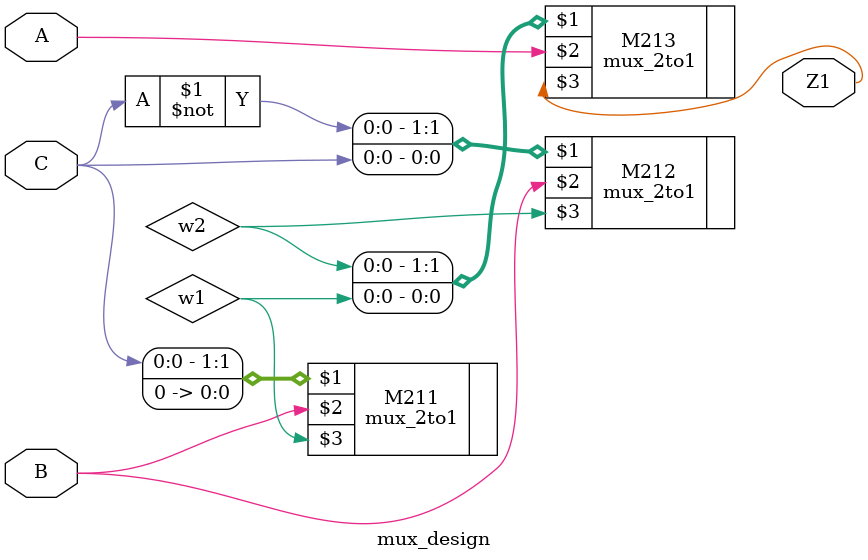
<source format=v>
`include "../mux_2to1.v"
module mux_design(input A, input B, input C, output Z1);
    //WRITE YOUR CODE HERE
    /*
    wire [1:0] In;
    buf B1(In[1], B^C); //or implement this also via mux
    buf B2(In[0], B&C);
    mux_2to1 M211(In, A, Z1);
    */
    wire w1, w2;
    mux_2to1 M211({C, 1'b0}, B, w1);
    mux_2to1 M212({~C, C}, B, w2);
    mux_2to1 M213({w2, w1}, A, Z1);
endmodule

/*
Z1 = ABC' + AB'C + A'BC
A B C | Z1 
0 0 0 |  0 
0 0 1 |  0 
0 1 0 |  0 
0 1 1 |  1 
1 0 0 |  0 
1 0 1 |  1 
1 1 0 |  1     
1 1 1 |  0 

We need to use three 2:1 muxes, hints at usage of multiple select lines
So look at pattern when A and B are my select lines
*/
</source>
